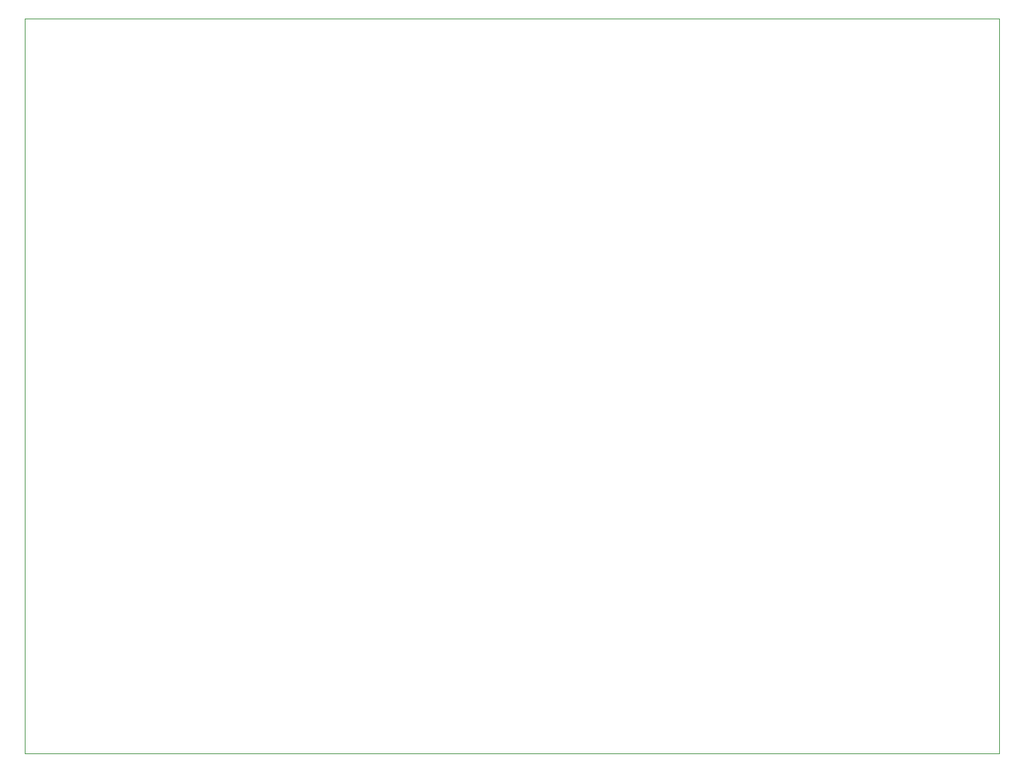
<source format=gm1>
G04 #@! TF.GenerationSoftware,KiCad,Pcbnew,7.0.10*
G04 #@! TF.CreationDate,2024-03-04T12:56:58-05:00*
G04 #@! TF.ProjectId,cdrpcb,63647270-6362-42e6-9b69-6361645f7063,rev?*
G04 #@! TF.SameCoordinates,Original*
G04 #@! TF.FileFunction,Profile,NP*
%FSLAX46Y46*%
G04 Gerber Fmt 4.6, Leading zero omitted, Abs format (unit mm)*
G04 Created by KiCad (PCBNEW 7.0.10) date 2024-03-04 12:56:58*
%MOMM*%
%LPD*%
G01*
G04 APERTURE LIST*
G04 #@! TA.AperFunction,Profile*
%ADD10C,0.100000*%
G04 #@! TD*
G04 APERTURE END LIST*
D10*
X59944000Y-59309000D02*
X179705000Y-59309000D01*
X179705000Y-149606000D01*
X59944000Y-149606000D01*
X59944000Y-59309000D01*
M02*

</source>
